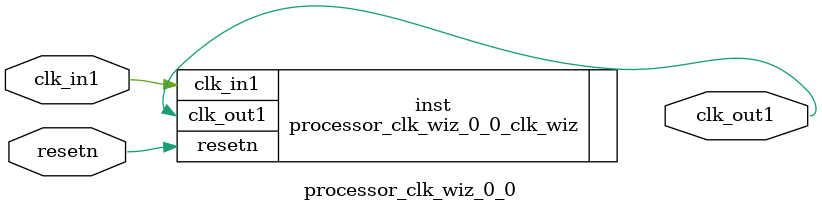
<source format=v>


`timescale 1ps/1ps

(* CORE_GENERATION_INFO = "processor_clk_wiz_0_0,clk_wiz_v6_0_4_0_0,{component_name=processor_clk_wiz_0_0,use_phase_alignment=true,use_min_o_jitter=false,use_max_i_jitter=false,use_dyn_phase_shift=false,use_inclk_switchover=false,use_dyn_reconfig=false,enable_axi=0,feedback_source=FDBK_AUTO,PRIMITIVE=MMCM,num_out_clk=1,clkin1_period=10.000,clkin2_period=10.000,use_power_down=false,use_reset=true,use_locked=false,use_inclk_stopped=false,feedback_type=SINGLE,CLOCK_MGR_TYPE=NA,manual_override=false}" *)

module processor_clk_wiz_0_0 
 (
  // Clock out ports
  output        clk_out1,
  // Status and control signals
  input         resetn,
 // Clock in ports
  input         clk_in1
 );

  processor_clk_wiz_0_0_clk_wiz inst
  (
  // Clock out ports  
  .clk_out1(clk_out1),
  // Status and control signals               
  .resetn(resetn), 
 // Clock in ports
  .clk_in1(clk_in1)
  );

endmodule

</source>
